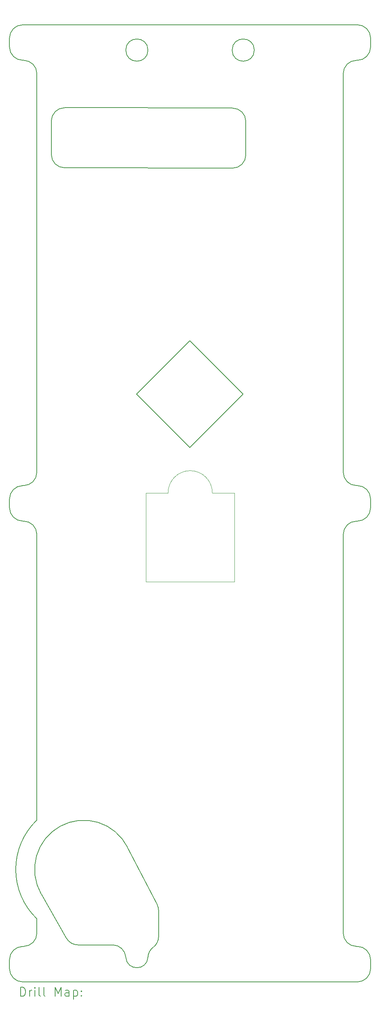
<source format=gbr>
%TF.GenerationSoftware,KiCad,Pcbnew,8.0.4*%
%TF.CreationDate,2024-12-03T20:52:28-08:00*%
%TF.ProjectId,Stationary_X_Panel,53746174-696f-46e6-9172-795f585f5061,1c*%
%TF.SameCoordinates,Original*%
%TF.FileFunction,Drillmap*%
%TF.FilePolarity,Positive*%
%FSLAX45Y45*%
G04 Gerber Fmt 4.5, Leading zero omitted, Abs format (unit mm)*
G04 Created by KiCad (PCBNEW 8.0.4) date 2024-12-03 20:52:28*
%MOMM*%
%LPD*%
G01*
G04 APERTURE LIST*
%ADD10C,0.200000*%
%ADD11C,0.100000*%
G04 APERTURE END LIST*
D10*
X8408500Y-2710500D02*
G75*
G02*
X7908500Y-2710500I-250000J0D01*
G01*
X7908500Y-2710500D02*
G75*
G02*
X8408500Y-2710500I250000J0D01*
G01*
X10416000Y-22590500D02*
X10416000Y-13615500D01*
X10733500Y-12515500D02*
G75*
G02*
X11033500Y-12815500I0J-300000D01*
G01*
X4167106Y-22704917D02*
X3596709Y-21707521D01*
X8218110Y-5069300D02*
G75*
G02*
X7918110Y-5369300I-300000J0D01*
G01*
X3183500Y-2940500D02*
X3201000Y-2940500D01*
X6248500Y-22084083D02*
X6248500Y-22669490D01*
X11033500Y-23390500D02*
X11033500Y-23190500D01*
X3501000Y-22268160D02*
X3501000Y-22590500D01*
X11033500Y-13015500D02*
G75*
G02*
X10733500Y-13315500I-300000J0D01*
G01*
X2883500Y-23190500D02*
G75*
G02*
X3183500Y-22890500I300000J0D01*
G01*
X6008138Y-23133948D02*
G75*
G02*
X6128104Y-22909791I299602J-16162D01*
G01*
X10416000Y-3240500D02*
G75*
G02*
X10716000Y-2940500I300000J0D01*
G01*
X3501000Y-22590500D02*
G75*
G02*
X3201000Y-22890500I-300000J0D01*
G01*
X4127500Y-4008260D02*
X7918110Y-4016820D01*
X3183500Y-23690500D02*
G75*
G02*
X2883500Y-23390500I0J300000D01*
G01*
X10416000Y-13615500D02*
G75*
G02*
X10716000Y-13315500I300000J0D01*
G01*
D11*
X5962000Y-14680000D02*
X5962000Y-12680000D01*
D10*
X11033500Y-2640500D02*
X11033500Y-2440500D01*
X10733500Y-2140500D02*
G75*
G02*
X11033500Y-2440500I0J-300000D01*
G01*
X3183500Y-2940500D02*
G75*
G02*
X2883500Y-2640500I0J300000D01*
G01*
X10733500Y-22890500D02*
G75*
G02*
X11033500Y-23190500I0J-300000D01*
G01*
X10733500Y-12515500D02*
X10716000Y-12515500D01*
X2883500Y-12815500D02*
X2883500Y-13015500D01*
X3201000Y-12515500D02*
X3183500Y-12515500D01*
X10716000Y-22890500D02*
G75*
G02*
X10416000Y-22590500I0J300000D01*
G01*
X2883500Y-2440500D02*
G75*
G02*
X3183500Y-2140500I300000J0D01*
G01*
D11*
X6462000Y-12680000D02*
G75*
G02*
X7462000Y-12680000I500000J0D01*
G01*
D10*
X10716000Y-13315500D02*
X10733500Y-13315500D01*
X10716000Y-12515500D02*
G75*
G02*
X10416000Y-12215500I0J300000D01*
G01*
X10716000Y-2940500D02*
X10733500Y-2940500D01*
X3183500Y-13315500D02*
G75*
G02*
X2883500Y-13015500I0J300000D01*
G01*
X6248500Y-22669490D02*
G75*
G02*
X6128102Y-22909788I-300000J0D01*
G01*
X6008138Y-23133948D02*
G75*
G02*
X5509021Y-23136630I-249638J13448D01*
G01*
X4127500Y-5360740D02*
G75*
G02*
X3827500Y-5060740I0J300000D01*
G01*
X3501000Y-12215500D02*
G75*
G02*
X3201000Y-12515500I-300000J0D01*
G01*
X10733500Y-22890500D02*
X10716000Y-22890500D01*
X3501000Y-3240500D02*
X3501000Y-12215500D01*
X11033500Y-13015500D02*
X11033500Y-12815500D01*
X3201000Y-13315500D02*
G75*
G02*
X3501000Y-13615500I0J-300000D01*
G01*
D11*
X7962000Y-12680000D02*
X7962000Y-14680000D01*
D10*
X3827500Y-4308260D02*
G75*
G02*
X4127500Y-4008260I300000J0D01*
G01*
X7918110Y-4016820D02*
G75*
G02*
X8218110Y-4316820I0J-300000D01*
G01*
D11*
X7462000Y-12680000D02*
X7962000Y-12680000D01*
D10*
X3201000Y-22890500D02*
X3183500Y-22890500D01*
X2883500Y-2440500D02*
X2883500Y-2640500D01*
X10416000Y-12215500D02*
X10416000Y-3240500D01*
X5209646Y-22855986D02*
G75*
G02*
X5509030Y-23136629I14J-299994D01*
G01*
X11033500Y-2640500D02*
G75*
G02*
X10733500Y-2940500I-300000J0D01*
G01*
X7918110Y-5369300D02*
X4127500Y-5360740D01*
D11*
X5962000Y-12680000D02*
X6462000Y-12680000D01*
D10*
X6008500Y-2710500D02*
G75*
G02*
X5508500Y-2710500I-250000J0D01*
G01*
X5508500Y-2710500D02*
G75*
G02*
X6008500Y-2710500I250000J0D01*
G01*
X5209646Y-22855986D02*
X4427528Y-22855986D01*
X3827500Y-5060740D02*
X3827500Y-4308260D01*
X4427528Y-22855986D02*
G75*
G02*
X4167105Y-22704918I2J300006D01*
G01*
X8153273Y-10456918D02*
X6951191Y-11659000D01*
X5749110Y-10456918D01*
X6951191Y-9254837D01*
X8153273Y-10456918D01*
X8218110Y-4316820D02*
X8218110Y-5069300D01*
D11*
X7962000Y-14680000D02*
X5962000Y-14680000D01*
D10*
X5542277Y-20647816D02*
X6214875Y-21946081D01*
X6214875Y-21946081D02*
G75*
G02*
X6248497Y-22084083I-266385J-137999D01*
G01*
X2883500Y-23190500D02*
X2883500Y-23390500D01*
X3201000Y-2940500D02*
G75*
G02*
X3501000Y-3240500I0J-300000D01*
G01*
X10733500Y-2140500D02*
X3183500Y-2140500D01*
X3596709Y-21707521D02*
G75*
G02*
X5542277Y-20647816I961791J550035D01*
G01*
X11033500Y-23390500D02*
G75*
G02*
X10733500Y-23690500I-300000J0D01*
G01*
X3183500Y-13315500D02*
X3201000Y-13315500D01*
X3501000Y-22268160D02*
G75*
G02*
X3501000Y-20046812I1057501J1110674D01*
G01*
X3183500Y-23690500D02*
X10733500Y-23690500D01*
X3501000Y-13615500D02*
X3501000Y-20046812D01*
X2883500Y-12815500D02*
G75*
G02*
X3183500Y-12515500I300000J0D01*
G01*
X3134277Y-24011984D02*
X3134277Y-23811984D01*
X3134277Y-23811984D02*
X3181896Y-23811984D01*
X3181896Y-23811984D02*
X3210467Y-23821508D01*
X3210467Y-23821508D02*
X3229515Y-23840555D01*
X3229515Y-23840555D02*
X3239039Y-23859603D01*
X3239039Y-23859603D02*
X3248562Y-23897698D01*
X3248562Y-23897698D02*
X3248562Y-23926269D01*
X3248562Y-23926269D02*
X3239039Y-23964365D01*
X3239039Y-23964365D02*
X3229515Y-23983412D01*
X3229515Y-23983412D02*
X3210467Y-24002460D01*
X3210467Y-24002460D02*
X3181896Y-24011984D01*
X3181896Y-24011984D02*
X3134277Y-24011984D01*
X3334277Y-24011984D02*
X3334277Y-23878650D01*
X3334277Y-23916746D02*
X3343801Y-23897698D01*
X3343801Y-23897698D02*
X3353324Y-23888174D01*
X3353324Y-23888174D02*
X3372372Y-23878650D01*
X3372372Y-23878650D02*
X3391420Y-23878650D01*
X3458086Y-24011984D02*
X3458086Y-23878650D01*
X3458086Y-23811984D02*
X3448562Y-23821508D01*
X3448562Y-23821508D02*
X3458086Y-23831031D01*
X3458086Y-23831031D02*
X3467610Y-23821508D01*
X3467610Y-23821508D02*
X3458086Y-23811984D01*
X3458086Y-23811984D02*
X3458086Y-23831031D01*
X3581896Y-24011984D02*
X3562848Y-24002460D01*
X3562848Y-24002460D02*
X3553324Y-23983412D01*
X3553324Y-23983412D02*
X3553324Y-23811984D01*
X3686658Y-24011984D02*
X3667610Y-24002460D01*
X3667610Y-24002460D02*
X3658086Y-23983412D01*
X3658086Y-23983412D02*
X3658086Y-23811984D01*
X3915229Y-24011984D02*
X3915229Y-23811984D01*
X3915229Y-23811984D02*
X3981896Y-23954841D01*
X3981896Y-23954841D02*
X4048562Y-23811984D01*
X4048562Y-23811984D02*
X4048562Y-24011984D01*
X4229515Y-24011984D02*
X4229515Y-23907222D01*
X4229515Y-23907222D02*
X4219991Y-23888174D01*
X4219991Y-23888174D02*
X4200944Y-23878650D01*
X4200944Y-23878650D02*
X4162848Y-23878650D01*
X4162848Y-23878650D02*
X4143801Y-23888174D01*
X4229515Y-24002460D02*
X4210467Y-24011984D01*
X4210467Y-24011984D02*
X4162848Y-24011984D01*
X4162848Y-24011984D02*
X4143801Y-24002460D01*
X4143801Y-24002460D02*
X4134277Y-23983412D01*
X4134277Y-23983412D02*
X4134277Y-23964365D01*
X4134277Y-23964365D02*
X4143801Y-23945317D01*
X4143801Y-23945317D02*
X4162848Y-23935793D01*
X4162848Y-23935793D02*
X4210467Y-23935793D01*
X4210467Y-23935793D02*
X4229515Y-23926269D01*
X4324753Y-23878650D02*
X4324753Y-24078650D01*
X4324753Y-23888174D02*
X4343801Y-23878650D01*
X4343801Y-23878650D02*
X4381896Y-23878650D01*
X4381896Y-23878650D02*
X4400944Y-23888174D01*
X4400944Y-23888174D02*
X4410467Y-23897698D01*
X4410467Y-23897698D02*
X4419991Y-23916746D01*
X4419991Y-23916746D02*
X4419991Y-23973888D01*
X4419991Y-23973888D02*
X4410467Y-23992936D01*
X4410467Y-23992936D02*
X4400944Y-24002460D01*
X4400944Y-24002460D02*
X4381896Y-24011984D01*
X4381896Y-24011984D02*
X4343801Y-24011984D01*
X4343801Y-24011984D02*
X4324753Y-24002460D01*
X4505705Y-23992936D02*
X4515229Y-24002460D01*
X4515229Y-24002460D02*
X4505705Y-24011984D01*
X4505705Y-24011984D02*
X4496182Y-24002460D01*
X4496182Y-24002460D02*
X4505705Y-23992936D01*
X4505705Y-23992936D02*
X4505705Y-24011984D01*
X4505705Y-23888174D02*
X4515229Y-23897698D01*
X4515229Y-23897698D02*
X4505705Y-23907222D01*
X4505705Y-23907222D02*
X4496182Y-23897698D01*
X4496182Y-23897698D02*
X4505705Y-23888174D01*
X4505705Y-23888174D02*
X4505705Y-23907222D01*
M02*

</source>
